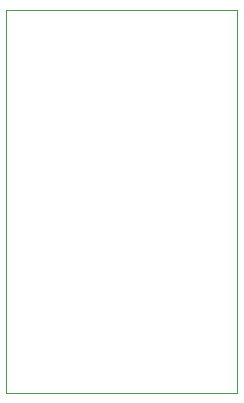
<source format=gbr>
%TF.GenerationSoftware,KiCad,Pcbnew,7.0.1*%
%TF.CreationDate,2023-05-04T15:38:18-07:00*%
%TF.ProjectId,LM2670SX-Carrier,4c4d3236-3730-4535-982d-436172726965,rev?*%
%TF.SameCoordinates,Original*%
%TF.FileFunction,Profile,NP*%
%FSLAX46Y46*%
G04 Gerber Fmt 4.6, Leading zero omitted, Abs format (unit mm)*
G04 Created by KiCad (PCBNEW 7.0.1) date 2023-05-04 15:38:18*
%MOMM*%
%LPD*%
G01*
G04 APERTURE LIST*
%TA.AperFunction,Profile*%
%ADD10C,0.100000*%
%TD*%
G04 APERTURE END LIST*
D10*
X170942000Y-84455000D02*
X190500000Y-84455000D01*
X190500000Y-116840000D02*
X170942000Y-116840000D01*
X190500000Y-84455000D02*
X190500000Y-116840000D01*
X170942000Y-116840000D02*
X170942000Y-84455000D01*
M02*

</source>
